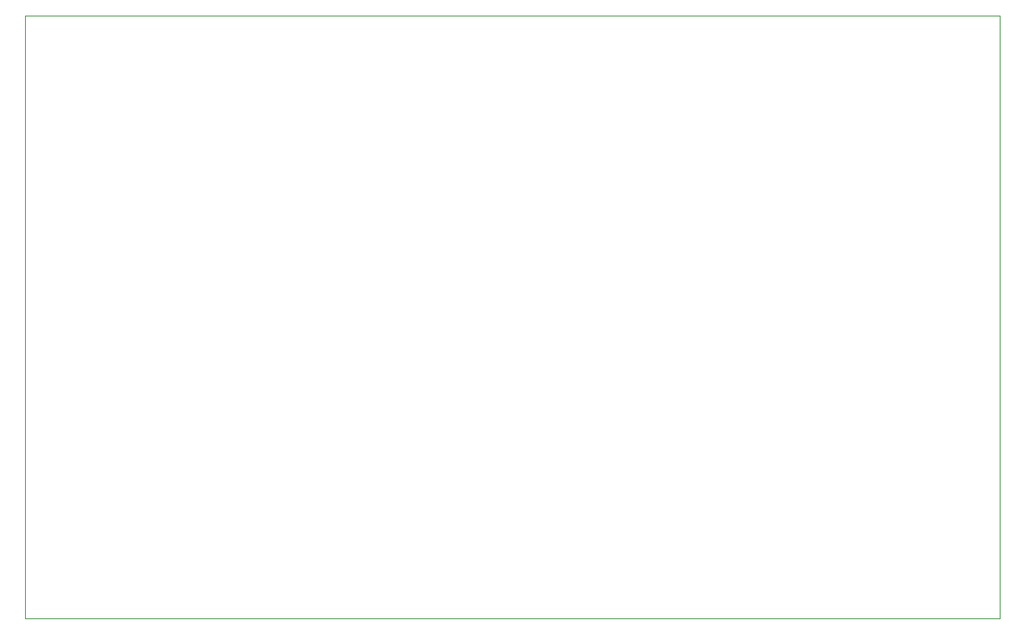
<source format=gbr>
G04 (created by PCBNEW (2013-07-07 BZR 4022)-stable) date 3/29/2016 6:17:35 AM*
%MOIN*%
G04 Gerber Fmt 3.4, Leading zero omitted, Abs format*
%FSLAX34Y34*%
G01*
G70*
G90*
G04 APERTURE LIST*
%ADD10C,0.00590551*%
%ADD11C,0.00393701*%
G04 APERTURE END LIST*
G54D10*
G54D11*
X100700Y-68500D02*
X100700Y-68400D01*
X59200Y-68500D02*
X100700Y-68500D01*
X59200Y-68400D02*
X59200Y-68500D01*
X59200Y-42800D02*
X100700Y-42800D01*
X59200Y-68400D02*
X59200Y-42800D01*
X100700Y-68400D02*
X100700Y-67100D01*
X100700Y-42800D02*
X100700Y-43400D01*
X100700Y-43400D02*
X100700Y-67100D01*
M02*

</source>
